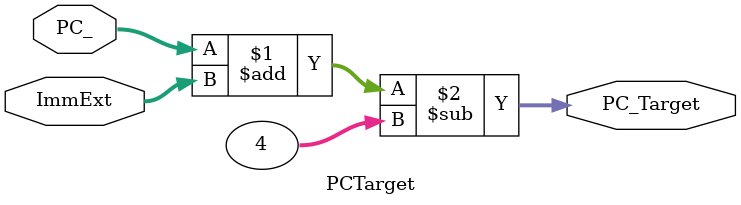
<source format=v>
module PCTarget (
    input [31:0] PC_,
    input [31:0] ImmExt,
    output [31:0] PC_Target
);
    // subtract 4 to set offset relative to current instruction and not PC
    assign PC_Target = PC_ + ImmExt - 4;

endmodule
</source>
